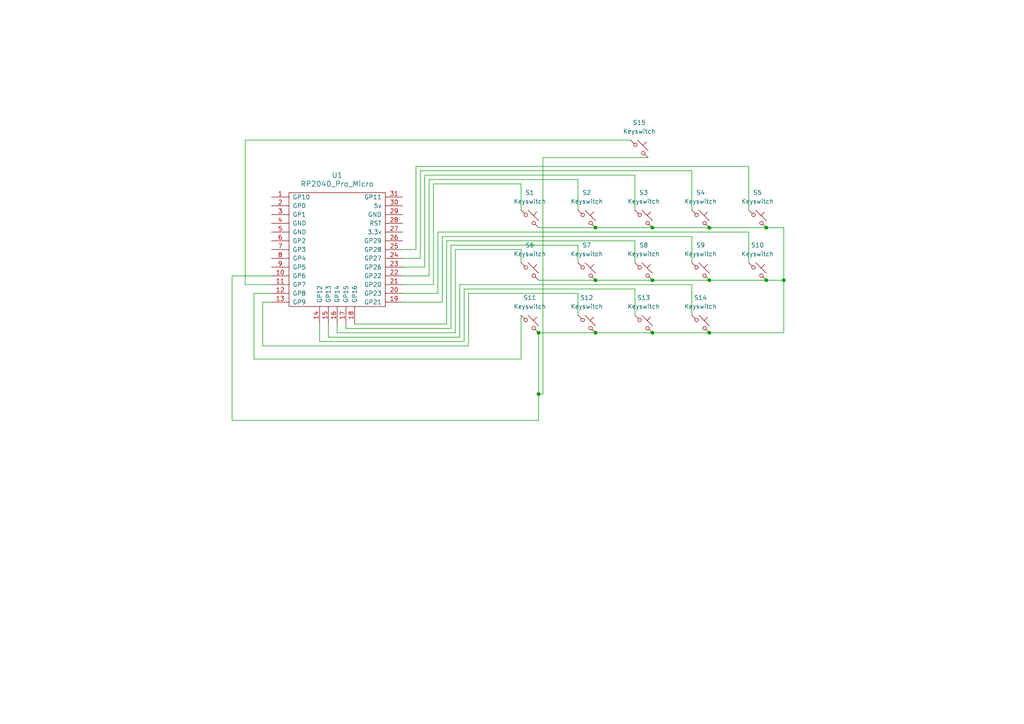
<source format=kicad_sch>
(kicad_sch (version 20250114) (generator "eeschema") (generator_version "9.0")
  (paper "A4")
  (lib_symbols
    (symbol "ScottoKeebs:MCU_RP2040_Pro_Micro" (pin_names (offset 1.016))
      (property "Reference" "U" (at 0 0 0))
      (property "Value" "RP2040_Pro_Micro" (at 0 -27.686 0))
      (symbol "MCU_RP2040_Pro_Micro_0_1"
        (rectangle (start -13.97 16.51) (end 13.97 -16.51))
      )
      (symbol "MCU_RP2040_Pro_Micro_1_1"
        (pin input line (at -19.05 15.24 0) (length 5.08) (name "GP10") (number "1"))
        (pin input line (at -19.05 12.7 0) (length 5.08) (name "GP0") (number "2"))
        (pin input line (at -19.05 10.16 0) (length 5.08) (name "GP1") (number "3"))
        (pin input line (at -19.05 7.62 0) (length 5.08) (name "GND") (number "4"))
        (pin input line (at -19.05 5.08 0) (length 5.08) (name "GND") (number "5"))
        (pin input line (at -19.05 2.54 0) (length 5.08) (name "GP2") (number "6"))
        (pin input line (at -19.05 0 0) (length 5.08) (name "GP3") (number "7"))
        (pin input line (at -19.05 -2.54 0) (length 5.08) (name "GP4") (number "8"))
        (pin input line (at -19.05 -5.08 0) (length 5.08) (name "GP5") (number "9"))
        (pin input line (at -19.05 -7.62 0) (length 5.08) (name "GP6") (number "10"))
        (pin input line (at -19.05 -10.16 0) (length 5.08) (name "GP7") (number "11"))
        (pin input line (at -19.05 -12.7 0) (length 5.08) (name "GP8") (number "12"))
        (pin input line (at -19.05 -15.24 0) (length 5.08) (name "GP9") (number "13"))
        (pin input line (at -5.08 -21.59 90) (length 5.08) (name "GP12") (number "14"))
        (pin input line (at -2.54 -21.59 90) (length 5.08) (name "GP13") (number "15"))
        (pin input line (at 0 -21.59 90) (length 5.08) (name "GP14") (number "16"))
        (pin input line (at 2.54 -21.59 90) (length 5.08) (name "GP15") (number "17"))
        (pin input line (at 5.08 -21.59 90) (length 5.08) (name "GP16") (number "18"))
        (pin input line (at 19.05 15.24 180) (length 5.08) (name "GP11") (number "31"))
        (pin input line (at 19.05 12.7 180) (length 5.08) (name "5v") (number "30"))
        (pin input line (at 19.05 10.16 180) (length 5.08) (name "GND") (number "29"))
        (pin input line (at 19.05 7.62 180) (length 5.08) (name "RST") (number "28"))
        (pin input line (at 19.05 5.08 180) (length 5.08) (name "3.3v") (number "27"))
        (pin input line (at 19.05 2.54 180) (length 5.08) (name "GP29") (number "26"))
        (pin input line (at 19.05 0 180) (length 5.08) (name "GP28") (number "25"))
        (pin input line (at 19.05 -2.54 180) (length 5.08) (name "GP27") (number "24"))
        (pin input line (at 19.05 -5.08 180) (length 5.08) (name "GP26") (number "23"))
        (pin input line (at 19.05 -7.62 180) (length 5.08) (name "GP22") (number "22"))
        (pin input line (at 19.05 -10.16 180) (length 5.08) (name "GP20") (number "21"))
        (pin input line (at 19.05 -12.7 180) (length 5.08) (name "GP23") (number "20"))
        (pin input line (at 19.05 -15.24 180) (length 5.08) (name "GP21") (number "19"))
      )
    )
    (symbol "ScottoKeebs:Placeholder_Keyswitch" (pin_numbers (hide yes)) (pin_names (offset 1.016) (hide yes))
      (property "Reference" "S" (at 3.048 1.016 0))
      (property "Value" "Keyswitch" (at 0 -3.81 0))
      (symbol "Placeholder_Keyswitch_0_1"
        (polyline (pts (xy -2.54 2.54) (xy -1.524 1.524) (xy -1.524 1.524)))
        (circle (center -1.1684 1.1684) (radius 0.508))
        (polyline (pts (xy -0.508 2.54) (xy 2.54 -0.508)))
        (polyline (pts (xy 1.016 1.016) (xy 2.032 2.032)))
        (circle (center 1.143 -1.1938) (radius 0.508))
        (polyline (pts (xy 1.524 -1.524) (xy 2.54 -2.54) (xy 2.54 -2.54) (xy 2.54 -2.54)))
        (pin passive line (at -2.54 2.54 0) (length 0) (name "1") (number "1"))
        (pin passive line (at 2.54 -2.54 180) (length 0) (name "2") (number "2"))
      )
    )
  )
  (junction (at 205.74 81.28))
  (junction (at 189.23 96.52))
  (junction (at 189.23 66.04))
  (junction (at 156.21 114.3))
  (junction (at 205.74 66.04))
  (junction (at 189.23 81.28))
  (junction (at 222.25 81.28))
  (junction (at 172.72 96.52))
  (junction (at 227.33 81.28))
  (junction (at 172.72 81.28))
  (junction (at 156.21 96.52))
  (junction (at 172.72 66.04))
  (junction (at 205.74 96.52))
  (junction (at 222.25 66.04))
  (wire (pts (xy 200.66 82.55) (xy 133.35 82.55)))
  (wire (pts (xy 184.15 76.2) (xy 184.15 69.85)))
  (wire (pts (xy 227.33 66.04) (xy 222.25 66.04)))
  (wire (pts (xy 125.73 82.55) (xy 116.84 82.55)))
  (wire (pts (xy 172.72 81.28) (xy 189.23 81.28)))
  (wire (pts (xy 133.35 97.79) (xy 95.25 97.79)))
  (wire (pts (xy 71.12 82.55) (xy 78.74 82.55)))
  (wire (pts (xy 76.2 100.33) (xy 76.2 87.63)))
  (wire (pts (xy 200.66 49.53) (xy 200.66 60.96)))
  (wire (pts (xy 116.84 74.93) (xy 121.92 74.93)))
  (wire (pts (xy 217.17 76.2) (xy 217.17 67.31)))
  (wire (pts (xy 73.66 85.09) (xy 73.66 104.14)))
  (wire (pts (xy 167.64 52.07) (xy 124.46 52.07)))
  (wire (pts (xy 129.54 93.98) (xy 102.87 93.98)))
  (wire (pts (xy 125.73 53.34) (xy 125.73 82.55)))
  (wire (pts (xy 151.13 76.2) (xy 151.13 72.39)))
  (wire (pts (xy 135.89 100.33) (xy 76.2 100.33)))
  (wire (pts (xy 187.96 45.72) (xy 157.48 45.72)))
  (wire (pts (xy 128.27 68.58) (xy 128.27 87.63)))
  (wire (pts (xy 151.13 60.96) (xy 151.13 53.34)))
  (wire (pts (xy 189.23 96.52) (xy 172.72 96.52)))
  (wire (pts (xy 73.66 104.14) (xy 151.13 104.14)))
  (wire (pts (xy 189.23 66.04) (xy 172.72 66.04)))
  (wire (pts (xy 205.74 66.04) (xy 189.23 66.04)))
  (wire (pts (xy 222.25 66.04) (xy 205.74 66.04)))
  (wire (pts (xy 167.64 60.96) (xy 167.64 52.07)))
  (wire (pts (xy 71.12 40.64) (xy 182.88 40.64)))
  (wire (pts (xy 128.27 87.63) (xy 116.84 87.63)))
  (wire (pts (xy 167.64 71.12) (xy 130.81 71.12)))
  (wire (pts (xy 227.33 66.04) (xy 227.33 81.28)))
  (wire (pts (xy 156.21 96.52) (xy 156.21 114.3)))
  (wire (pts (xy 130.81 71.12) (xy 130.81 95.25)))
  (wire (pts (xy 134.62 99.06) (xy 92.71 99.06)))
  (wire (pts (xy 151.13 53.34) (xy 125.73 53.34)))
  (wire (pts (xy 124.46 52.07) (xy 124.46 80.01)))
  (wire (pts (xy 184.15 60.96) (xy 184.15 50.8)))
  (wire (pts (xy 151.13 104.14) (xy 151.13 91.44)))
  (wire (pts (xy 156.21 81.28) (xy 172.72 81.28)))
  (wire (pts (xy 156.21 121.92) (xy 67.31 121.92)))
  (wire (pts (xy 151.13 72.39) (xy 132.08 72.39)))
  (wire (pts (xy 76.2 87.63) (xy 78.74 87.63)))
  (wire (pts (xy 200.66 68.58) (xy 128.27 68.58)))
  (wire (pts (xy 120.65 48.26) (xy 120.65 72.39)))
  (wire (pts (xy 121.92 49.53) (xy 200.66 49.53)))
  (wire (pts (xy 67.31 80.01) (xy 67.31 121.92)))
  (wire (pts (xy 127 85.09) (xy 116.84 85.09)))
  (wire (pts (xy 157.48 45.72) (xy 157.48 114.3)))
  (wire (pts (xy 100.33 95.25) (xy 100.33 93.98)))
  (wire (pts (xy 123.19 77.47) (xy 116.84 77.47)))
  (wire (pts (xy 205.74 96.52) (xy 189.23 96.52)))
  (wire (pts (xy 227.33 81.28) (xy 227.33 96.52)))
  (wire (pts (xy 217.17 67.31) (xy 127 67.31)))
  (wire (pts (xy 172.72 66.04) (xy 156.21 66.04)))
  (wire (pts (xy 184.15 91.44) (xy 184.15 83.82)))
  (wire (pts (xy 200.66 91.44) (xy 200.66 82.55)))
  (wire (pts (xy 167.64 76.2) (xy 167.64 71.12)))
  (wire (pts (xy 95.25 97.79) (xy 95.25 93.98)))
  (wire (pts (xy 120.65 72.39) (xy 116.84 72.39)))
  (wire (pts (xy 123.19 50.8) (xy 123.19 77.47)))
  (wire (pts (xy 189.23 81.28) (xy 205.74 81.28)))
  (wire (pts (xy 132.08 72.39) (xy 132.08 96.52)))
  (wire (pts (xy 129.54 69.85) (xy 129.54 93.98)))
  (wire (pts (xy 92.71 99.06) (xy 92.71 93.98)))
  (wire (pts (xy 132.08 96.52) (xy 97.79 96.52)))
  (wire (pts (xy 71.12 40.64) (xy 71.12 82.55)))
  (wire (pts (xy 227.33 96.52) (xy 205.74 96.52)))
  (wire (pts (xy 172.72 96.52) (xy 156.21 96.52)))
  (wire (pts (xy 184.15 69.85) (xy 129.54 69.85)))
  (wire (pts (xy 167.64 91.44) (xy 167.64 85.09)))
  (wire (pts (xy 78.74 80.01) (xy 67.31 80.01)))
  (wire (pts (xy 184.15 83.82) (xy 134.62 83.82)))
  (wire (pts (xy 222.25 81.28) (xy 227.33 81.28)))
  (wire (pts (xy 217.17 48.26) (xy 120.65 48.26)))
  (wire (pts (xy 134.62 83.82) (xy 134.62 99.06)))
  (wire (pts (xy 200.66 76.2) (xy 200.66 68.58)))
  (wire (pts (xy 121.92 74.93) (xy 121.92 49.53)))
  (wire (pts (xy 133.35 82.55) (xy 133.35 97.79)))
  (wire (pts (xy 157.48 114.3) (xy 156.21 114.3)))
  (wire (pts (xy 78.74 85.09) (xy 73.66 85.09)))
  (wire (pts (xy 130.81 95.25) (xy 100.33 95.25)))
  (wire (pts (xy 184.15 50.8) (xy 123.19 50.8)))
  (wire (pts (xy 97.79 96.52) (xy 97.79 93.98)))
  (wire (pts (xy 205.74 81.28) (xy 222.25 81.28)))
  (wire (pts (xy 156.21 114.3) (xy 156.21 121.92)))
  (wire (pts (xy 135.89 85.09) (xy 135.89 100.33)))
  (wire (pts (xy 127 67.31) (xy 127 85.09)))
  (wire (pts (xy 124.46 80.01) (xy 116.84 80.01)))
  (wire (pts (xy 217.17 60.96) (xy 217.17 48.26)))
  (wire (pts (xy 167.64 85.09) (xy 135.89 85.09)))
  (symbol (lib_id "ScottoKeebs:Placeholder_Keyswitch") (at 219.71 78.74 0) (unit 1)
    (property "Reference" "S10" (at 219.71 71.12 0))
    (property "Value" "Keyswitch" (at 219.71 73.66 0))
    (property "Footprint" "keyswitches_daprice:Kailh_socket_MX" (effects (hide yes)))
    (property "Description" "Push button switch, normally open, two pins, 45° tilted" (effects (hide yes)))
  )
  (symbol (lib_id "ScottoKeebs:Placeholder_Keyswitch") (at 203.2 63.5 0) (unit 1)
    (property "Reference" "S4" (at 203.2 55.88 0))
    (property "Value" "Keyswitch" (at 203.2 58.42 0))
    (property "Footprint" "keyswitches_daprice:Kailh_socket_MX" (effects (hide yes)))
    (property "Description" "Push button switch, normally open, two pins, 45° tilted" (effects (hide yes)))
  )
  (symbol (lib_id "ScottoKeebs:Placeholder_Keyswitch") (at 203.2 78.74 0) (unit 1)
    (property "Reference" "S9" (at 203.2 71.12 0))
    (property "Value" "Keyswitch" (at 203.2 73.66 0))
    (property "Footprint" "keyswitches_daprice:Kailh_socket_MX" (effects (hide yes)))
    (property "Description" "Push button switch, normally open, two pins, 45° tilted" (effects (hide yes)))
  )
  (symbol (lib_id "ScottoKeebs:Placeholder_Keyswitch") (at 170.18 63.5 0) (unit 1)
    (property "Reference" "S2" (at 170.18 55.88 0))
    (property "Value" "Keyswitch" (at 170.18 58.42 0))
    (property "Footprint" "keyswitches_daprice:Kailh_socket_MX" (effects (hide yes)))
    (property "Description" "Push button switch, normally open, two pins, 45° tilted" (effects (hide yes)))
  )
  (symbol (lib_id "ScottoKeebs:Placeholder_Keyswitch") (at 185.42 43.18 0) (unit 1)
    (property "Reference" "S15" (at 185.42 35.56 0))
    (property "Value" "Keyswitch" (at 185.42 38.1 0))
    (property "Footprint" "keyswitches_daprice:Kailh_socket_MX" (effects (hide yes)))
    (property "Description" "Push button switch, normally open, two pins, 45° tilted" (effects (hide yes)))
  )
  (symbol (lib_id "ScottoKeebs:Placeholder_Keyswitch") (at 203.2 93.98 0) (unit 1)
    (property "Reference" "S14" (at 203.2 86.36 0))
    (property "Value" "Keyswitch" (at 203.2 88.9 0))
    (property "Footprint" "keyswitches_daprice:Kailh_socket_MX" (effects (hide yes)))
    (property "Description" "Push button switch, normally open, two pins, 45° tilted" (effects (hide yes)))
  )
  (symbol (lib_id "ScottoKeebs:Placeholder_Keyswitch") (at 170.18 93.98 0) (unit 1)
    (property "Reference" "S12" (at 170.18 86.36 0))
    (property "Value" "Keyswitch" (at 170.18 88.9 0))
    (property "Footprint" "keyswitches_daprice:Kailh_socket_MX" (effects (hide yes)))
    (property "Description" "Push button switch, normally open, two pins, 45° tilted" (effects (hide yes)))
  )
  (symbol (lib_id "ScottoKeebs:Placeholder_Keyswitch") (at 153.67 93.98 0) (unit 1)
    (property "Reference" "S11" (at 153.67 86.36 0))
    (property "Value" "Keyswitch" (at 153.67 88.9 0))
    (property "Footprint" "keyswitches_daprice:Kailh_socket_MX" (effects (hide yes)))
    (property "Description" "Push button switch, normally open, two pins, 45° tilted" (effects (hide yes)))
  )
  (symbol (lib_id "ScottoKeebs:Placeholder_Keyswitch") (at 186.69 63.5 0) (unit 1)
    (property "Reference" "S3" (at 186.69 55.88 0))
    (property "Value" "Keyswitch" (at 186.69 58.42 0))
    (property "Footprint" "keyswitches_daprice:Kailh_socket_MX" (effects (hide yes)))
    (property "Description" "Push button switch, normally open, two pins, 45° tilted" (effects (hide yes)))
  )
  (symbol (lib_id "ScottoKeebs:Placeholder_Keyswitch") (at 186.69 93.98 0) (unit 1)
    (property "Reference" "S13" (at 186.69 86.36 0))
    (property "Value" "Keyswitch" (at 186.69 88.9 0))
    (property "Footprint" "keyswitches_daprice:Kailh_socket_MX" (effects (hide yes)))
    (property "Description" "Push button switch, normally open, two pins, 45° tilted" (effects (hide yes)))
  )
  (symbol (lib_id "ScottoKeebs:MCU_RP2040_Pro_Micro") (at 97.79 72.39 0) (unit 1)
    (property "Reference" "U1" (at 97.79 50.8 0) (effects (font (size 1.524 1.524))))
    (property "Value" "RP2040_Pro_Micro" (at 97.79 53.34 0) (effects (font (size 1.524 1.524))))
    (property "Footprint" "ScottoKeebs_MCU:RP2040_Pro_Micro" (effects (hide yes)))
  )
  (symbol (lib_id "ScottoKeebs:Placeholder_Keyswitch") (at 170.18 78.74 0) (unit 1)
    (property "Reference" "S7" (at 170.18 71.12 0))
    (property "Value" "Keyswitch" (at 170.18 73.66 0))
    (property "Footprint" "keyswitches_daprice:Kailh_socket_MX" (effects (hide yes)))
    (property "Description" "Push button switch, normally open, two pins, 45° tilted" (effects (hide yes)))
  )
  (symbol (lib_id "ScottoKeebs:Placeholder_Keyswitch") (at 153.67 63.5 0) (unit 1)
    (property "Reference" "S1" (at 153.67 55.88 0))
    (property "Value" "Keyswitch" (at 153.67 58.42 0))
    (property "Footprint" "keyswitches_daprice:Kailh_socket_MX" (effects (hide yes)))
    (property "Description" "Push button switch, normally open, two pins, 45° tilted" (effects (hide yes)))
  )
  (symbol (lib_id "ScottoKeebs:Placeholder_Keyswitch") (at 153.67 78.74 0) (unit 1)
    (property "Reference" "S6" (at 153.67 71.12 0))
    (property "Value" "Keyswitch" (at 153.67 73.66 0))
    (property "Footprint" "keyswitches_daprice:Kailh_socket_MX" (effects (hide yes)))
    (property "Description" "Push button switch, normally open, two pins, 45° tilted" (effects (hide yes)))
  )
  (symbol (lib_id "ScottoKeebs:Placeholder_Keyswitch") (at 219.71 63.5 0) (unit 1)
    (property "Reference" "S5" (at 219.71 55.88 0))
    (property "Value" "Keyswitch" (at 219.71 58.42 0))
    (property "Footprint" "keyswitches_daprice:Kailh_socket_MX" (effects (hide yes)))
    (property "Description" "Push button switch, normally open, two pins, 45° tilted" (effects (hide yes)))
  )
  (symbol (lib_id "ScottoKeebs:Placeholder_Keyswitch") (at 186.69 78.74 0) (unit 1)
    (property "Reference" "S8" (at 186.69 71.12 0))
    (property "Value" "Keyswitch" (at 186.69 73.66 0))
    (property "Footprint" "keyswitches_daprice:Kailh_socket_MX" (effects (hide yes)))
    (property "Description" "Push button switch, normally open, two pins, 45° tilted" (effects (hide yes)))
  )
)
</source>
